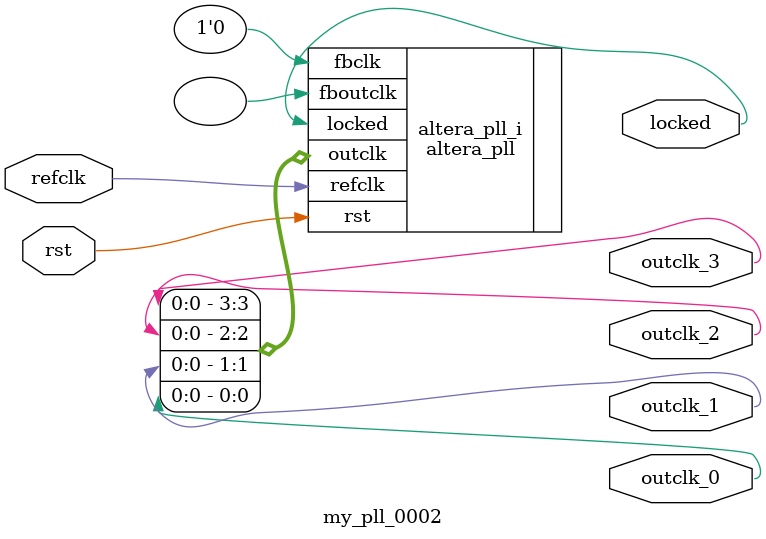
<source format=v>
`timescale 1ns/10ps
module  my_pll_0002(

	// interface 'refclk'
	input wire refclk,

	// interface 'reset'
	input wire rst,

	// interface 'outclk0'
	output wire outclk_0,

	// interface 'outclk1'
	output wire outclk_1,

	// interface 'outclk2'
	output wire outclk_2,

	// interface 'outclk3'
	output wire outclk_3,

	// interface 'locked'
	output wire locked
);

	altera_pll #(
		.fractional_vco_multiplier("false"),
		.reference_clock_frequency("50.0 MHz"),
		.operation_mode("normal"),
		.number_of_clocks(4),
		.output_clock_frequency0("100.000000 MHz"),
		.phase_shift0("0 ps"),
		.duty_cycle0(50),
		.output_clock_frequency1("125.000000 MHz"),
		.phase_shift1("0 ps"),
		.duty_cycle1(50),
		.output_clock_frequency2("25.000000 MHz"),
		.phase_shift2("0 ps"),
		.duty_cycle2(50),
		.output_clock_frequency3("2.500000 MHz"),
		.phase_shift3("0 ps"),
		.duty_cycle3(50),
		.output_clock_frequency4("0 MHz"),
		.phase_shift4("0 ps"),
		.duty_cycle4(50),
		.output_clock_frequency5("0 MHz"),
		.phase_shift5("0 ps"),
		.duty_cycle5(50),
		.output_clock_frequency6("0 MHz"),
		.phase_shift6("0 ps"),
		.duty_cycle6(50),
		.output_clock_frequency7("0 MHz"),
		.phase_shift7("0 ps"),
		.duty_cycle7(50),
		.output_clock_frequency8("0 MHz"),
		.phase_shift8("0 ps"),
		.duty_cycle8(50),
		.output_clock_frequency9("0 MHz"),
		.phase_shift9("0 ps"),
		.duty_cycle9(50),
		.output_clock_frequency10("0 MHz"),
		.phase_shift10("0 ps"),
		.duty_cycle10(50),
		.output_clock_frequency11("0 MHz"),
		.phase_shift11("0 ps"),
		.duty_cycle11(50),
		.output_clock_frequency12("0 MHz"),
		.phase_shift12("0 ps"),
		.duty_cycle12(50),
		.output_clock_frequency13("0 MHz"),
		.phase_shift13("0 ps"),
		.duty_cycle13(50),
		.output_clock_frequency14("0 MHz"),
		.phase_shift14("0 ps"),
		.duty_cycle14(50),
		.output_clock_frequency15("0 MHz"),
		.phase_shift15("0 ps"),
		.duty_cycle15(50),
		.output_clock_frequency16("0 MHz"),
		.phase_shift16("0 ps"),
		.duty_cycle16(50),
		.output_clock_frequency17("0 MHz"),
		.phase_shift17("0 ps"),
		.duty_cycle17(50),
		.pll_type("General"),
		.pll_subtype("General")
	) altera_pll_i (
		.rst	(rst),
		.outclk	({outclk_3, outclk_2, outclk_1, outclk_0}),
		.locked	(locked),
		.fboutclk	( ),
		.fbclk	(1'b0),
		.refclk	(refclk)
	);
endmodule


</source>
